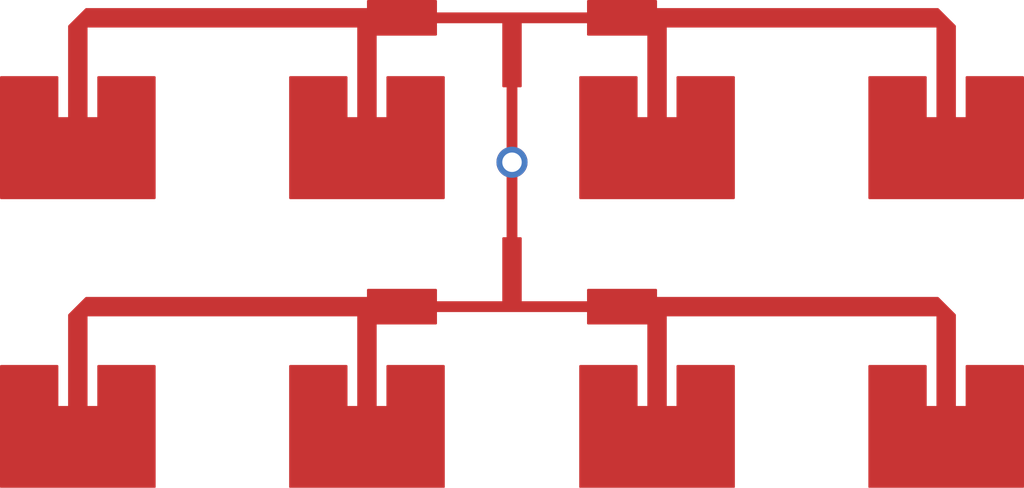
<source format=kicad_pcb>
(kicad_pcb (version 20170123) (host pcbnew no-vcs-found-e79f978~58~ubuntu14.04.1)

  (general
    (links 0)
    (no_connects 0)
    (area -13.1573 -4.1735 13.157301 8.380001)
    (thickness 1.6)
    (drawings 0)
    (tracks 0)
    (zones 0)
    (modules 1)
    (nets 2)
  )

  (page A0)
  (layers
    (0 F.Cu signal)
    (31 B.Cu signal hide)
    (40 Dwgs.User user)
    (44 Edge.Cuts user)
  )

  (setup
    (last_trace_width 0.2)
    (trace_clearance 0.2)
    (zone_clearance 0.508)
    (zone_45_only no)
    (trace_min 0.2)
    (segment_width 0.2)
    (edge_width 0.15)
    (via_size 0.8)
    (via_drill 0.4)
    (via_min_size 0.4)
    (via_min_drill 0.3)
    (uvia_size 0.3)
    (uvia_drill 0.1)
    (uvias_allowed no)
    (uvia_min_size 0.2)
    (uvia_min_drill 0.1)
    (pcb_text_width 0.3)
    (pcb_text_size 1.5 1.5)
    (mod_edge_width 0.15)
    (mod_text_size 1 1)
    (mod_text_width 0.15)
    (pad_size 1.524 1.524)
    (pad_drill 0.762)
    (pad_to_mask_clearance 0.2)
    (aux_axis_origin 0 0)
    (visible_elements FFFFFF7F)
    (pcbplotparams
      (layerselection 0x00030_ffffffff)
      (usegerberextensions false)
      (excludeedgelayer true)
      (linewidth 0.100000)
      (plotframeref false)
      (viasonmask false)
      (mode 1)
      (useauxorigin false)
      (hpglpennumber 1)
      (hpglpenspeed 20)
      (hpglpendiameter 15)
      (psnegative false)
      (psa4output false)
      (plotreference true)
      (plotvalue true)
      (plotinvisibletext false)
      (padsonsilk false)
      (subtractmaskfromsilk false)
      (outputformat 1)
      (mirror false)
      (drillshape 1)
      (scaleselection 1)
      (outputdirectory ""))
  )

  (net 0 "")
  (net 1 Antennas)

  (net_class Default ""
    (clearance 0.2)
    (trace_width 0.2)
    (via_dia 0.8)
    (via_drill 0.4)
    (uvia_dia 0.3)
    (uvia_drill 0.1)
    (add_net Antennas)
  )

  (module X0 (layer F.Cu) (tedit 0) (tstamp 0)
    (at 0 0)
    (fp_text reference "" (at 0 0) (layer F.SilkS)
      (effects (font (thickness 0.15)))
    )
    (fp_text value "" (at 0 0) (layer F.SilkS)
      (effects (font (thickness 0.15)))
    )
    (pad 1 thru_hole circle (at 0 0) (size 0.8 0.8) (drill 0.5) (layers F.Cu)
      (net 1 Antennas) (zone_connect 2))
  )

  (zone (net 1) (net_name Antennas) (layer F.Cu) (tstamp 0) (hatch edge 0.5)
    (connect_pads (clearance 0.3))
    (min_thickness 0.05)
    (fill yes (arc_segments 32) (thermal_gap 0.3) (thermal_bridge_width 0.25))
    (polygon
      (pts
        (xy -1.9278 -3.854) (xy 1.9278 -3.854) (xy 1.9278 -4.1735) (xy 3.7273 -4.1735) (xy 3.7273 -3.965)
        (xy 10.9548 -3.965) (xy 11.4073 -3.5125) (xy 11.4073 -1.16) (xy 11.6573 -1.16) (xy 11.6573 -2.215)
        (xy 13.1573 -2.215) (xy 13.1573 0.95) (xy 9.1573 0.95) (xy 9.1573 -2.215) (xy 10.6572 -2.215)
        (xy 10.6572 -1.16) (xy 10.9072 -1.16) (xy 10.9072 -3.465) (xy 3.9772 -3.465) (xy 3.9772 -1.16)
        (xy 4.2272 -1.16) (xy 4.2272 -2.215) (xy 5.7272 -2.215) (xy 5.7272 0.95) (xy 1.7272 0.95)
        (xy 1.7272 -2.215) (xy 3.2273 -2.215) (xy 3.2273 -1.16) (xy 3.4773 -1.16) (xy 3.4773 -3.2565)
        (xy 1.9278 -3.2565) (xy 1.9278 -3.576) (xy 0.25 -3.576) (xy 0.25 -1.9278) (xy 0.139 -1.9278)
        (xy 0.139 1.9278) (xy 0.25 1.9278) (xy 0.25 3.576) (xy 1.9278 3.576) (xy 1.9278 3.2565)
        (xy 3.7273 3.2565) (xy 3.7273 3.465) (xy 10.9548 3.465) (xy 11.4073 3.9175) (xy 11.4073 6.27)
        (xy 11.6573 6.27) (xy 11.6573 5.215) (xy 13.1573 5.215) (xy 13.1573 8.38) (xy 9.1573 8.38)
        (xy 9.1573 5.215) (xy 10.6572 5.215) (xy 10.6572 6.27) (xy 10.9072 6.27) (xy 10.9072 3.965)
        (xy 3.9772 3.965) (xy 3.9772 6.27) (xy 4.2272 6.27) (xy 4.2272 5.215) (xy 5.7272 5.215)
        (xy 5.7272 8.38) (xy 1.7272 8.38) (xy 1.7272 5.215) (xy 3.2273 5.215) (xy 3.2273 6.27)
        (xy 3.4773 6.27) (xy 3.4773 4.1735) (xy 1.9278 4.1735) (xy 1.9278 3.854) (xy -1.9278 3.854)
        (xy -1.9278 4.1735) (xy -3.4773 4.1735) (xy -3.4773 6.27) (xy -3.2273 6.27) (xy -3.2273 5.215)
        (xy -1.7272 5.215) (xy -1.7272 8.38) (xy -5.7272 8.38) (xy -5.7272 5.215) (xy -4.2272 5.215)
        (xy -4.2272 6.27) (xy -3.9772 6.27) (xy -3.9772 3.965) (xy -10.9072 3.965) (xy -10.9072 6.27)
        (xy -10.6572 6.27) (xy -10.6572 5.215) (xy -9.1573 5.215) (xy -9.1573 8.38) (xy -13.1573 8.38)
        (xy -13.1573 5.215) (xy -11.6573 5.215) (xy -11.6573 6.27) (xy -11.4073 6.27) (xy -11.4073 3.9175)
        (xy -10.9548 3.465) (xy -3.7273 3.465) (xy -3.7273 3.2565) (xy -1.9278 3.2565) (xy -1.9278 3.576)
        (xy -0.25 3.576) (xy -0.25 1.9278) (xy -0.139 1.9278) (xy -0.139 -1.9278) (xy -0.25 -1.9278)
        (xy -0.25 -3.576) (xy -1.9278 -3.576) (xy -1.9278 -3.2565) (xy -3.4773 -3.2565) (xy -3.4773 -1.16)
        (xy -3.2273 -1.16) (xy -3.2273 -2.215) (xy -1.7272 -2.215) (xy -1.7272 0.95) (xy -5.7272 0.95)
        (xy -5.7272 -2.215) (xy -4.2272 -2.215) (xy -4.2272 -1.16) (xy -3.9772 -1.16) (xy -3.9772 -3.465)
        (xy -10.9072 -3.465) (xy -10.9072 -1.16) (xy -10.6572 -1.16) (xy -10.6572 -2.215) (xy -9.1573 -2.215)
        (xy -9.1573 0.95) (xy -13.1573 0.95) (xy -13.1573 -2.215) (xy -11.6573 -2.215) (xy -11.6573 -1.16)
        (xy -11.4073 -1.16) (xy -11.4073 -3.5125) (xy -10.9548 -3.965) (xy -3.7273 -3.965) (xy -3.7273 -4.1735)
        (xy -1.9278 -4.1735)
      )
    )
    (filled_polygon
      (pts
        (xy -1.9528 -3.854) (xy -1.95232 -3.849123) (xy -1.950897 -3.844433) (xy -1.948587 -3.840111) (xy -1.945478 -3.836322)
        (xy -1.941689 -3.833213) (xy -1.937367 -3.830903) (xy -1.932677 -3.82948) (xy -1.9278 -3.829) (xy 1.9278 -3.829)
        (xy 1.932677 -3.82948) (xy 1.937367 -3.830903) (xy 1.941689 -3.833213) (xy 1.945478 -3.836322) (xy 1.948587 -3.840111)
        (xy 1.950897 -3.844433) (xy 1.95232 -3.849123) (xy 1.9528 -3.854) (xy 1.9528 -4.1485) (xy 3.7023 -4.1485)
        (xy 3.7023 -3.965) (xy 3.70278 -3.960123) (xy 3.704203 -3.955433) (xy 3.706513 -3.951111) (xy 3.709622 -3.947322)
        (xy 3.713411 -3.944213) (xy 3.717733 -3.941903) (xy 3.722423 -3.94048) (xy 3.7273 -3.94) (xy 10.944444 -3.94)
        (xy 11.3823 -3.502144) (xy 11.3823 -1.16) (xy 11.38278 -1.155123) (xy 11.384203 -1.150433) (xy 11.386513 -1.146111)
        (xy 11.389622 -1.142322) (xy 11.393411 -1.139213) (xy 11.397733 -1.136903) (xy 11.402423 -1.13548) (xy 11.4073 -1.135)
        (xy 11.6573 -1.135) (xy 11.662177 -1.13548) (xy 11.666867 -1.136903) (xy 11.671189 -1.139213) (xy 11.674978 -1.142322)
        (xy 11.678087 -1.146111) (xy 11.680397 -1.150433) (xy 11.68182 -1.155123) (xy 11.6823 -1.16) (xy 11.6823 -2.19)
        (xy 13.1323 -2.19) (xy 13.1323 0.925) (xy 9.1823 0.925) (xy 9.1823 -2.19) (xy 10.6322 -2.19)
        (xy 10.6322 -1.16) (xy 10.63268 -1.155123) (xy 10.634103 -1.150433) (xy 10.636413 -1.146111) (xy 10.639522 -1.142322)
        (xy 10.643311 -1.139213) (xy 10.647633 -1.136903) (xy 10.652323 -1.13548) (xy 10.6572 -1.135) (xy 10.9072 -1.135)
        (xy 10.912077 -1.13548) (xy 10.916767 -1.136903) (xy 10.921089 -1.139213) (xy 10.924878 -1.142322) (xy 10.927987 -1.146111)
        (xy 10.930297 -1.150433) (xy 10.93172 -1.155123) (xy 10.9322 -1.16) (xy 10.9322 -3.465) (xy 10.93172 -3.469877)
        (xy 10.930297 -3.474567) (xy 10.927987 -3.478889) (xy 10.924878 -3.482678) (xy 10.921089 -3.485787) (xy 10.916767 -3.488097)
        (xy 10.912077 -3.48952) (xy 10.9072 -3.49) (xy 3.9772 -3.49) (xy 3.972323 -3.48952) (xy 3.967633 -3.488097)
        (xy 3.963311 -3.485787) (xy 3.959522 -3.482678) (xy 3.956413 -3.478889) (xy 3.954103 -3.474567) (xy 3.95268 -3.469877)
        (xy 3.9522 -3.465) (xy 3.9522 -1.16) (xy 3.95268 -1.155123) (xy 3.954103 -1.150433) (xy 3.956413 -1.146111)
        (xy 3.959522 -1.142322) (xy 3.963311 -1.139213) (xy 3.967633 -1.136903) (xy 3.972323 -1.13548) (xy 3.9772 -1.135)
        (xy 4.2272 -1.135) (xy 4.232077 -1.13548) (xy 4.236767 -1.136903) (xy 4.241089 -1.139213) (xy 4.244878 -1.142322)
        (xy 4.247987 -1.146111) (xy 4.250297 -1.150433) (xy 4.25172 -1.155123) (xy 4.2522 -1.16) (xy 4.2522 -2.19)
        (xy 5.7022 -2.19) (xy 5.7022 0.925) (xy 1.7522 0.925) (xy 1.7522 -2.19) (xy 3.2023 -2.19)
        (xy 3.2023 -1.16) (xy 3.20278 -1.155123) (xy 3.204203 -1.150433) (xy 3.206513 -1.146111) (xy 3.209622 -1.142322)
        (xy 3.213411 -1.139213) (xy 3.217733 -1.136903) (xy 3.222423 -1.13548) (xy 3.2273 -1.135) (xy 3.4773 -1.135)
        (xy 3.482177 -1.13548) (xy 3.486867 -1.136903) (xy 3.491189 -1.139213) (xy 3.494978 -1.142322) (xy 3.498087 -1.146111)
        (xy 3.500397 -1.150433) (xy 3.50182 -1.155123) (xy 3.5023 -1.16) (xy 3.5023 -3.2565) (xy 3.50182 -3.261377)
        (xy 3.500397 -3.266067) (xy 3.498087 -3.270389) (xy 3.494978 -3.274178) (xy 3.491189 -3.277287) (xy 3.486867 -3.279597)
        (xy 3.482177 -3.28102) (xy 3.4773 -3.2815) (xy 1.9528 -3.2815) (xy 1.9528 -3.576) (xy 1.95232 -3.580877)
        (xy 1.950897 -3.585567) (xy 1.948587 -3.589889) (xy 1.945478 -3.593678) (xy 1.941689 -3.596787) (xy 1.937367 -3.599097)
        (xy 1.932677 -3.60052) (xy 1.9278 -3.601) (xy 0.25 -3.601) (xy 0.245123 -3.60052) (xy 0.240433 -3.599097)
        (xy 0.236111 -3.596787) (xy 0.232322 -3.593678) (xy 0.229213 -3.589889) (xy 0.226903 -3.585567) (xy 0.22548 -3.580877)
        (xy 0.225 -3.576) (xy 0.225 -1.9528) (xy 0.139 -1.9528) (xy 0.134123 -1.95232) (xy 0.129433 -1.950897)
        (xy 0.125111 -1.948587) (xy 0.121322 -1.945478) (xy 0.118213 -1.941689) (xy 0.115903 -1.937367) (xy 0.11448 -1.932677)
        (xy 0.114 -1.9278) (xy 0.114 1.9278) (xy 0.11448 1.932677) (xy 0.115903 1.937367) (xy 0.118213 1.941689)
        (xy 0.121322 1.945478) (xy 0.125111 1.948587) (xy 0.129433 1.950897) (xy 0.134123 1.95232) (xy 0.139 1.9528)
        (xy 0.225 1.9528) (xy 0.225 3.576) (xy 0.22548 3.580877) (xy 0.226903 3.585567) (xy 0.229213 3.589889)
        (xy 0.232322 3.593678) (xy 0.236111 3.596787) (xy 0.240433 3.599097) (xy 0.245123 3.60052) (xy 0.25 3.601)
        (xy 1.9278 3.601) (xy 1.932677 3.60052) (xy 1.937367 3.599097) (xy 1.941689 3.596787) (xy 1.945478 3.593678)
        (xy 1.948587 3.589889) (xy 1.950897 3.585567) (xy 1.95232 3.580877) (xy 1.9528 3.576) (xy 1.9528 3.2815)
        (xy 3.7023 3.2815) (xy 3.7023 3.465) (xy 3.70278 3.469877) (xy 3.704203 3.474567) (xy 3.706513 3.478889)
        (xy 3.709622 3.482678) (xy 3.713411 3.485787) (xy 3.717733 3.488097) (xy 3.722423 3.48952) (xy 3.7273 3.49)
        (xy 10.944444 3.49) (xy 11.3823 3.927856) (xy 11.3823 6.27) (xy 11.38278 6.274877) (xy 11.384203 6.279567)
        (xy 11.386513 6.283889) (xy 11.389622 6.287678) (xy 11.393411 6.290787) (xy 11.397733 6.293097) (xy 11.402423 6.29452)
        (xy 11.4073 6.295) (xy 11.6573 6.295) (xy 11.662177 6.29452) (xy 11.666867 6.293097) (xy 11.671189 6.290787)
        (xy 11.674978 6.287678) (xy 11.678087 6.283889) (xy 11.680397 6.279567) (xy 11.68182 6.274877) (xy 11.6823 6.27)
        (xy 11.6823 5.24) (xy 13.1323 5.24) (xy 13.1323 8.355) (xy 9.1823 8.355) (xy 9.1823 5.24)
        (xy 10.6322 5.24) (xy 10.6322 6.27) (xy 10.63268 6.274877) (xy 10.634103 6.279567) (xy 10.636413 6.283889)
        (xy 10.639522 6.287678) (xy 10.643311 6.290787) (xy 10.647633 6.293097) (xy 10.652323 6.29452) (xy 10.6572 6.295)
        (xy 10.9072 6.295) (xy 10.912077 6.29452) (xy 10.916767 6.293097) (xy 10.921089 6.290787) (xy 10.924878 6.287678)
        (xy 10.927987 6.283889) (xy 10.930297 6.279567) (xy 10.93172 6.274877) (xy 10.9322 6.27) (xy 10.9322 3.965)
        (xy 10.93172 3.960123) (xy 10.930297 3.955433) (xy 10.927987 3.951111) (xy 10.924878 3.947322) (xy 10.921089 3.944213)
        (xy 10.916767 3.941903) (xy 10.912077 3.94048) (xy 10.9072 3.94) (xy 3.9772 3.94) (xy 3.972323 3.94048)
        (xy 3.967633 3.941903) (xy 3.963311 3.944213) (xy 3.959522 3.947322) (xy 3.956413 3.951111) (xy 3.954103 3.955433)
        (xy 3.95268 3.960123) (xy 3.9522 3.965) (xy 3.9522 6.27) (xy 3.95268 6.274877) (xy 3.954103 6.279567)
        (xy 3.956413 6.283889) (xy 3.959522 6.287678) (xy 3.963311 6.290787) (xy 3.967633 6.293097) (xy 3.972323 6.29452)
        (xy 3.9772 6.295) (xy 4.2272 6.295) (xy 4.232077 6.29452) (xy 4.236767 6.293097) (xy 4.241089 6.290787)
        (xy 4.244878 6.287678) (xy 4.247987 6.283889) (xy 4.250297 6.279567) (xy 4.25172 6.274877) (xy 4.2522 6.27)
        (xy 4.2522 5.24) (xy 5.7022 5.24) (xy 5.7022 8.355) (xy 1.7522 8.355) (xy 1.7522 5.24)
        (xy 3.2023 5.24) (xy 3.2023 6.27) (xy 3.20278 6.274877) (xy 3.204203 6.279567) (xy 3.206513 6.283889)
        (xy 3.209622 6.287678) (xy 3.213411 6.290787) (xy 3.217733 6.293097) (xy 3.222423 6.29452) (xy 3.2273 6.295)
        (xy 3.4773 6.295) (xy 3.482177 6.29452) (xy 3.486867 6.293097) (xy 3.491189 6.290787) (xy 3.494978 6.287678)
        (xy 3.498087 6.283889) (xy 3.500397 6.279567) (xy 3.50182 6.274877) (xy 3.5023 6.27) (xy 3.5023 4.1735)
        (xy 3.50182 4.168623) (xy 3.500397 4.163933) (xy 3.498087 4.159611) (xy 3.494978 4.155822) (xy 3.491189 4.152713)
        (xy 3.486867 4.150403) (xy 3.482177 4.14898) (xy 3.4773 4.1485) (xy 1.9528 4.1485) (xy 1.9528 3.854)
        (xy 1.95232 3.849123) (xy 1.950897 3.844433) (xy 1.948587 3.840111) (xy 1.945478 3.836322) (xy 1.941689 3.833213)
        (xy 1.937367 3.830903) (xy 1.932677 3.82948) (xy 1.9278 3.829) (xy -1.9278 3.829) (xy -1.932677 3.82948)
        (xy -1.937367 3.830903) (xy -1.941689 3.833213) (xy -1.945478 3.836322) (xy -1.948587 3.840111) (xy -1.950897 3.844433)
        (xy -1.95232 3.849123) (xy -1.9528 3.854) (xy -1.9528 4.1485) (xy -3.4773 4.1485) (xy -3.482177 4.14898)
        (xy -3.486867 4.150403) (xy -3.491189 4.152713) (xy -3.494978 4.155822) (xy -3.498087 4.159611) (xy -3.500397 4.163933)
        (xy -3.50182 4.168623) (xy -3.5023 4.1735) (xy -3.5023 6.27) (xy -3.50182 6.274877) (xy -3.500397 6.279567)
        (xy -3.498087 6.283889) (xy -3.494978 6.287678) (xy -3.491189 6.290787) (xy -3.486867 6.293097) (xy -3.482177 6.29452)
        (xy -3.4773 6.295) (xy -3.2273 6.295) (xy -3.222423 6.29452) (xy -3.217733 6.293097) (xy -3.213411 6.290787)
        (xy -3.209622 6.287678) (xy -3.206513 6.283889) (xy -3.204203 6.279567) (xy -3.20278 6.274877) (xy -3.2023 6.27)
        (xy -3.2023 5.24) (xy -1.7522 5.24) (xy -1.7522 8.355) (xy -5.7022 8.355) (xy -5.7022 5.24)
        (xy -4.2522 5.24) (xy -4.2522 6.27) (xy -4.25172 6.274877) (xy -4.250297 6.279567) (xy -4.247987 6.283889)
        (xy -4.244878 6.287678) (xy -4.241089 6.290787) (xy -4.236767 6.293097) (xy -4.232077 6.29452) (xy -4.2272 6.295)
        (xy -3.9772 6.295) (xy -3.972323 6.29452) (xy -3.967633 6.293097) (xy -3.963311 6.290787) (xy -3.959522 6.287678)
        (xy -3.956413 6.283889) (xy -3.954103 6.279567) (xy -3.95268 6.274877) (xy -3.9522 6.27) (xy -3.9522 3.965)
        (xy -3.95268 3.960123) (xy -3.954103 3.955433) (xy -3.956413 3.951111) (xy -3.959522 3.947322) (xy -3.963311 3.944213)
        (xy -3.967633 3.941903) (xy -3.972323 3.94048) (xy -3.9772 3.94) (xy -10.9072 3.94) (xy -10.912077 3.94048)
        (xy -10.916767 3.941903) (xy -10.921089 3.944213) (xy -10.924878 3.947322) (xy -10.927987 3.951111) (xy -10.930297 3.955433)
        (xy -10.93172 3.960123) (xy -10.9322 3.965) (xy -10.9322 6.27) (xy -10.93172 6.274877) (xy -10.930297 6.279567)
        (xy -10.927987 6.283889) (xy -10.924878 6.287678) (xy -10.921089 6.290787) (xy -10.916767 6.293097) (xy -10.912077 6.29452)
        (xy -10.9072 6.295) (xy -10.6572 6.295) (xy -10.652323 6.29452) (xy -10.647633 6.293097) (xy -10.643311 6.290787)
        (xy -10.639522 6.287678) (xy -10.636413 6.283889) (xy -10.634103 6.279567) (xy -10.63268 6.274877) (xy -10.6322 6.27)
        (xy -10.6322 5.24) (xy -9.1823 5.24) (xy -9.1823 8.355) (xy -13.1323 8.355) (xy -13.1323 5.24)
        (xy -11.6823 5.24) (xy -11.6823 6.27) (xy -11.68182 6.274877) (xy -11.680397 6.279567) (xy -11.678087 6.283889)
        (xy -11.674978 6.287678) (xy -11.671189 6.290787) (xy -11.666867 6.293097) (xy -11.662177 6.29452) (xy -11.6573 6.295)
        (xy -11.4073 6.295) (xy -11.402423 6.29452) (xy -11.397733 6.293097) (xy -11.393411 6.290787) (xy -11.389622 6.287678)
        (xy -11.386513 6.283889) (xy -11.384203 6.279567) (xy -11.38278 6.274877) (xy -11.3823 6.27) (xy -11.3823 3.927856)
        (xy -10.944444 3.49) (xy -3.7273 3.49) (xy -3.722423 3.48952) (xy -3.717733 3.488097) (xy -3.713411 3.485787)
        (xy -3.709622 3.482678) (xy -3.706513 3.478889) (xy -3.704203 3.474567) (xy -3.70278 3.469877) (xy -3.7023 3.465)
        (xy -3.7023 3.2815) (xy -1.9528 3.2815) (xy -1.9528 3.576) (xy -1.95232 3.580877) (xy -1.950897 3.585567)
        (xy -1.948587 3.589889) (xy -1.945478 3.593678) (xy -1.941689 3.596787) (xy -1.937367 3.599097) (xy -1.932677 3.60052)
        (xy -1.9278 3.601) (xy -0.25 3.601) (xy -0.245123 3.60052) (xy -0.240433 3.599097) (xy -0.236111 3.596787)
        (xy -0.232322 3.593678) (xy -0.229213 3.589889) (xy -0.226903 3.585567) (xy -0.22548 3.580877) (xy -0.225 3.576)
        (xy -0.225 1.9528) (xy -0.139 1.9528) (xy -0.134123 1.95232) (xy -0.129433 1.950897) (xy -0.125111 1.948587)
        (xy -0.121322 1.945478) (xy -0.118213 1.941689) (xy -0.115903 1.937367) (xy -0.11448 1.932677) (xy -0.114 1.9278)
        (xy -0.114 -1.9278) (xy -0.11448 -1.932677) (xy -0.115903 -1.937367) (xy -0.118213 -1.941689) (xy -0.121322 -1.945478)
        (xy -0.125111 -1.948587) (xy -0.129433 -1.950897) (xy -0.134123 -1.95232) (xy -0.139 -1.9528) (xy -0.225 -1.9528)
        (xy -0.225 -3.576) (xy -0.22548 -3.580877) (xy -0.226903 -3.585567) (xy -0.229213 -3.589889) (xy -0.232322 -3.593678)
        (xy -0.236111 -3.596787) (xy -0.240433 -3.599097) (xy -0.245123 -3.60052) (xy -0.25 -3.601) (xy -1.9278 -3.601)
        (xy -1.932677 -3.60052) (xy -1.937367 -3.599097) (xy -1.941689 -3.596787) (xy -1.945478 -3.593678) (xy -1.948587 -3.589889)
        (xy -1.950897 -3.585567) (xy -1.95232 -3.580877) (xy -1.9528 -3.576) (xy -1.9528 -3.2815) (xy -3.4773 -3.2815)
        (xy -3.482177 -3.28102) (xy -3.486867 -3.279597) (xy -3.491189 -3.277287) (xy -3.494978 -3.274178) (xy -3.498087 -3.270389)
        (xy -3.500397 -3.266067) (xy -3.50182 -3.261377) (xy -3.5023 -3.2565) (xy -3.5023 -1.16) (xy -3.50182 -1.155123)
        (xy -3.500397 -1.150433) (xy -3.498087 -1.146111) (xy -3.494978 -1.142322) (xy -3.491189 -1.139213) (xy -3.486867 -1.136903)
        (xy -3.482177 -1.13548) (xy -3.4773 -1.135) (xy -3.2273 -1.135) (xy -3.222423 -1.13548) (xy -3.217733 -1.136903)
        (xy -3.213411 -1.139213) (xy -3.209622 -1.142322) (xy -3.206513 -1.146111) (xy -3.204203 -1.150433) (xy -3.20278 -1.155123)
        (xy -3.2023 -1.16) (xy -3.2023 -2.19) (xy -1.7522 -2.19) (xy -1.7522 0.925) (xy -5.7022 0.925)
        (xy -5.7022 -2.19) (xy -4.2522 -2.19) (xy -4.2522 -1.16) (xy -4.25172 -1.155123) (xy -4.250297 -1.150433)
        (xy -4.247987 -1.146111) (xy -4.244878 -1.142322) (xy -4.241089 -1.139213) (xy -4.236767 -1.136903) (xy -4.232077 -1.13548)
        (xy -4.2272 -1.135) (xy -3.9772 -1.135) (xy -3.972323 -1.13548) (xy -3.967633 -1.136903) (xy -3.963311 -1.139213)
        (xy -3.959522 -1.142322) (xy -3.956413 -1.146111) (xy -3.954103 -1.150433) (xy -3.95268 -1.155123) (xy -3.9522 -1.16)
        (xy -3.9522 -3.465) (xy -3.95268 -3.469877) (xy -3.954103 -3.474567) (xy -3.956413 -3.478889) (xy -3.959522 -3.482678)
        (xy -3.963311 -3.485787) (xy -3.967633 -3.488097) (xy -3.972323 -3.48952) (xy -3.9772 -3.49) (xy -10.9072 -3.49)
        (xy -10.912077 -3.48952) (xy -10.916767 -3.488097) (xy -10.921089 -3.485787) (xy -10.924878 -3.482678) (xy -10.927987 -3.478889)
        (xy -10.930297 -3.474567) (xy -10.93172 -3.469877) (xy -10.9322 -3.465) (xy -10.9322 -1.16) (xy -10.93172 -1.155123)
        (xy -10.930297 -1.150433) (xy -10.927987 -1.146111) (xy -10.924878 -1.142322) (xy -10.921089 -1.139213) (xy -10.916767 -1.136903)
        (xy -10.912077 -1.13548) (xy -10.9072 -1.135) (xy -10.6572 -1.135) (xy -10.652323 -1.13548) (xy -10.647633 -1.136903)
        (xy -10.643311 -1.139213) (xy -10.639522 -1.142322) (xy -10.636413 -1.146111) (xy -10.634103 -1.150433) (xy -10.63268 -1.155123)
        (xy -10.6322 -1.16) (xy -10.6322 -2.19) (xy -9.1823 -2.19) (xy -9.1823 0.925) (xy -13.1323 0.925)
        (xy -13.1323 -2.19) (xy -11.6823 -2.19) (xy -11.6823 -1.16) (xy -11.68182 -1.155123) (xy -11.680397 -1.150433)
        (xy -11.678087 -1.146111) (xy -11.674978 -1.142322) (xy -11.671189 -1.139213) (xy -11.666867 -1.136903) (xy -11.662177 -1.13548)
        (xy -11.6573 -1.135) (xy -11.4073 -1.135) (xy -11.402423 -1.13548) (xy -11.397733 -1.136903) (xy -11.393411 -1.139213)
        (xy -11.389622 -1.142322) (xy -11.386513 -1.146111) (xy -11.384203 -1.150433) (xy -11.38278 -1.155123) (xy -11.3823 -1.16)
        (xy -11.3823 -3.502144) (xy -10.944444 -3.94) (xy -3.7273 -3.94) (xy -3.722423 -3.94048) (xy -3.717733 -3.941903)
        (xy -3.713411 -3.944213) (xy -3.709622 -3.947322) (xy -3.706513 -3.951111) (xy -3.704203 -3.955433) (xy -3.70278 -3.960123)
        (xy -3.7023 -3.965) (xy -3.7023 -4.1485) (xy -1.9528 -4.1485)
      )
    )
  )
)

</source>
